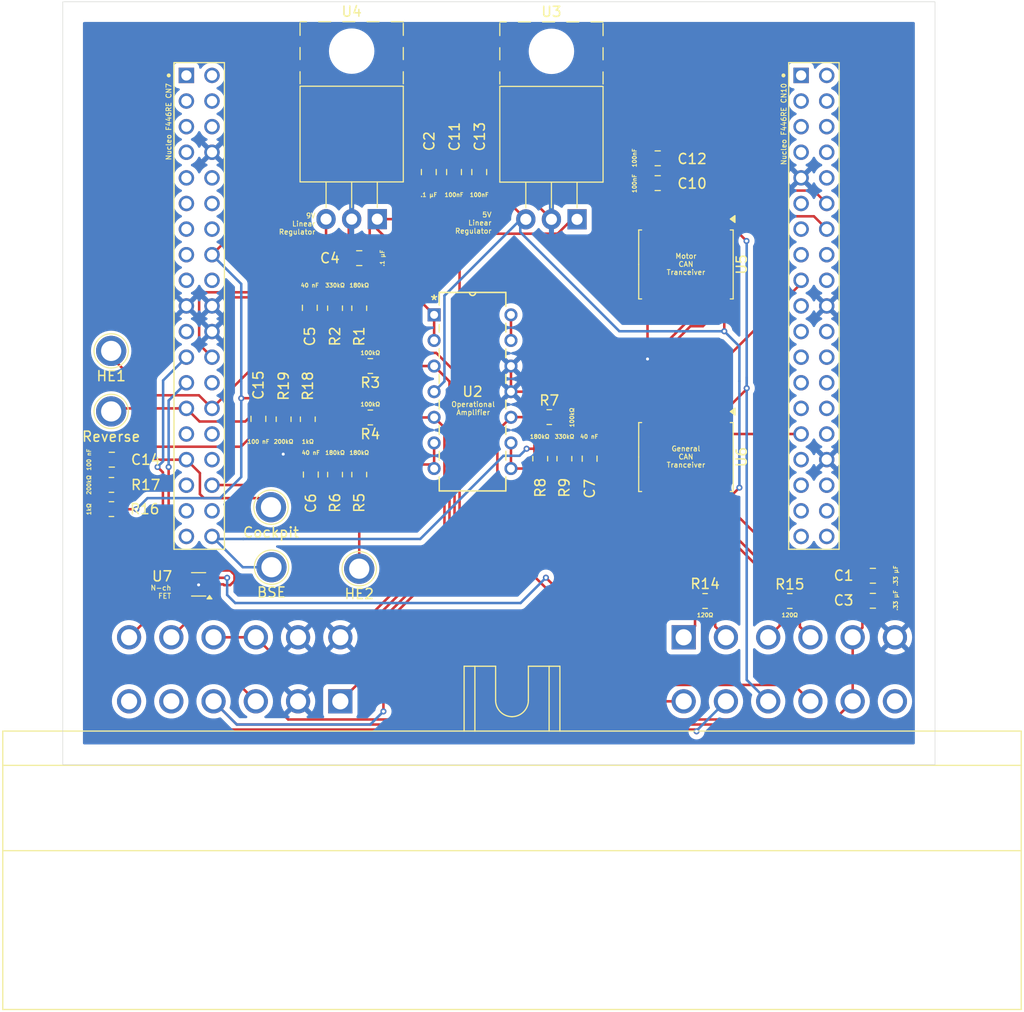
<source format=kicad_pcb>
(kicad_pcb (version 20240108) (generator "pcbnew") (generator_version "8.0")
  (title_block (title "ETC PCB") (date "2024-11-03") (rev "1.0.0") (company "Formula Slug"))
  (layers (0 "F.Cu" signal) (31 "B.Cu" signal) (34 "B.Paste" user) (35 "F.Paste" user) (36 "B.SilkS" user "B.Silkscreen") (37 "F.SilkS" user "F.Silkscreen") (38 "B.Mask" user) (39 "F.Mask" user) (44 "Edge.Cuts" user))
  (net 0 "")
  (net 1 "+12V")
  (net 2 "GND")
  (net 3 "+5V")
  (net 4 "+9V")
  (net 5 "+3V3")
  (net 6 "/Cockpit_Raw")
  (net 7 "/L_CAN")
  (net 9 "/H_CAN")
  (net 10 "/H_Motor_CAN")
  (net 13 "/HE1_RAW")
  (net 14 "/Brake_light")
  (net 15 "/RTDS")
  (net 16 "/L_Motor_CAN")
  (net 17 "/HE2_RAW")
  (net 18 "/Reverse_Raw")
  (net 19 "/BSE_RAW")
  (net 20 "Net-(U2A--)")
  (net 21 "Net-(U2B--)")
  (net 22 "Net-(U2C--)")
  (net 23 "/Motor_CAN_RD")
  (net 24 "/CAN_RD")
  (net 25 "/Motor_CAN_TD")
  (net 26 "/Reverse_Signal")
  (net 27 "/Cockpit_Signal")
  (net 28 "/CAN_TD")
  (net 29 "Net-(U2D--)")
  (net 30 "/HE1")
  (net 31 "/HE2")
  (net 32 "/BSE")
  (net 65 "/Brake_Signal")
  (net 82 "/RTDS_Signal")
  (footprint "Capacitor_SMD:C_0805_2012Metric_Pad1.18x1.45mm_HandSolder" (layer "F.Cu") (at 183.5375 95.38)
    (property "Reference" "C3")
    (property "Value" ".33 µF")
  )
  (footprint "FS_3_Global_Footprint_Library:NUCLEO-F446RE" (layer "F.Cu") (at 147.21 52.79)
    (property "Reference" "U1" (hide yes))
    (property "Value" "NUCLEO-F446RE" (hide yes))
  )
  (footprint "TestPoint:TestPoint_Plated_Hole_D2.0mm" (layer "F.Cu") (at 132.6 92.2 180)
    (property "Reference" "HE2")
    (property "Value" "TestPoint")
  )
  (footprint "FS_3_Global_Footprint_Library:TE_DTM1312PC12PDR008" (layer "F.Cu") (at 147.75 103.39)
    (property "Reference" "P1" (hide yes))
    (property "Value" "DTM1312PC12PDR008")
  )
  (footprint "Package_TO_SOT_SMD:SOT-363_SC-70-6_Handsoldering" (layer "F.Cu") (at 116.67 93.75 180)
    (property "Reference" "U7")
    (property "Value" "SSM6N37FU_LF")
  )
  (footprint "Capacitor_SMD:C_0805_2012Metric_Pad1.18x1.45mm_HandSolder" (layer "F.Cu") (at 122.6 77.3375 -90)
    (property "Reference" "C15")
    (property "Value" "100 nF")
  )
  (footprint "Resistor_SMD:R_0805_2012Metric_Pad1.20x1.40mm_HandSolder" (layer "F.Cu") (at 130.2 66.3625 90)
    (property "Reference" "R2")
    (property "Value" "330kΩ")
  )
  (footprint "Capacitor_SMD:C_0805_2012Metric_Pad1.18x1.45mm_HandSolder" (layer "F.Cu") (at 108.0625 81.3875 180)
    (property "Reference" "C14")
    (property "Value" "100 nF")
  )
  (footprint "Resistor_SMD:R_0805_2012Metric_Pad1.20x1.40mm_HandSolder" (layer "F.Cu") (at 108.025 86.2875 180)
    (property "Reference" "R16")
    (property "Value" "1kΩ")
  )
  (footprint "Capacitor_SMD:C_0805_2012Metric_Pad1.18x1.45mm_HandSolder" (layer "F.Cu") (at 132.6 61.4)
    (property "Reference" "C4")
    (property "Value" ".1 µF")
  )
  (footprint "Resistor_SMD:R_0805_2012Metric_Pad1.20x1.40mm_HandSolder" (layer "F.Cu") (at 166.9 95.4)
    (property "Reference" "R14")
    (property "Value" "120Ω")
  )
  (footprint "Resistor_SMD:R_0805_2012Metric_Pad1.20x1.40mm_HandSolder" (layer "F.Cu") (at 127.5 77.375 -90)
    (property "Reference" "R18")
    (property "Value" "1kΩ")
  )
  (footprint "Package_TO_SOT_THT:TO-220-3_Horizontal_TabUp" (layer "F.Cu") (at 134.39 57.53 180)
    (property "Reference" "U4")
    (property "Value" "LM7809_TO220")
  )
  (footprint "Package_SO:SOP-8_6.62x9.15mm_P2.54mm" (layer "F.Cu") (at 165 62.025 -90)
    (property "Reference" "U5")
    (property "Value" "ISO1050DUB")
  )
  (footprint "TestPoint:TestPoint_Plated_Hole_D2.0mm" (layer "F.Cu") (at 108 70.6 180)
    (property "Reference" "HE1")
    (property "Value" "TestPoint")
  )
  (footprint "Resistor_SMD:R_0805_2012Metric_Pad1.20x1.40mm_HandSolder" (layer "F.Cu") (at 133.7 72.1 180)
    (property "Reference" "R3")
    (property "Value" "100kΩ")
  )
  (footprint "TestPoint:TestPoint_Plated_Hole_D2.0mm" (layer "F.Cu") (at 123.9 92.05 180)
    (property "Reference" "BSE")
    (property "Value" "TestPoint")
  )
  (footprint "Resistor_SMD:R_0805_2012Metric_Pad1.20x1.40mm_HandSolder" (layer "F.Cu") (at 133.7 77.2 180)
    (property "Reference" "R4")
    (property "Value" "100kΩ")
  )
  (footprint "Capacitor_SMD:C_0805_2012Metric_Pad1.18x1.45mm_HandSolder" (layer "F.Cu") (at 144.5 52.8625 90)
    (property "Reference" "C13")
    (property "Value" "100nF")
  )
  (footprint "Resistor_SMD:R_0805_2012Metric_Pad1.20x1.40mm_HandSolder" (layer "F.Cu") (at 151.4473 77.163591)
    (property "Reference" "R7")
    (property "Value" "100kΩ")
  )
  (footprint "Capacitor_SMD:C_0805_2012Metric_Pad1.18x1.45mm_HandSolder" (layer "F.Cu") (at 127.7 66.325 90)
    (property "Reference" "C5")
    (property "Value" "40 nF")
  )
  (footprint "Resistor_SMD:R_0805_2012Metric_Pad1.20x1.40mm_HandSolder" (layer "F.Cu") (at 108.025 83.8875 180)
    (property "Reference" "R17")
    (property "Value" "200kΩ")
  )
  (footprint "TestPoint:TestPoint_Plated_Hole_D2.0mm" (layer "F.Cu") (at 108 76.6 180)
    (property "Reference" "Reverse")
    (property "Value" "TestPoint")
  )
  (footprint "Capacitor_SMD:C_0805_2012Metric_Pad1.18x1.45mm_HandSolder" (layer "F.Cu") (at 162.2 53.96 180)
    (property "Reference" "C10")
    (property "Value" "100nF")
  )
  (footprint "Capacitor_SMD:C_0805_2012Metric_Pad1.18x1.45mm_HandSolder" (layer "F.Cu") (at 127.8 82.8625 90)
    (property "Reference" "C6")
    (property "Value" "40 nF")
  )
  (footprint "Capacitor_SMD:C_0805_2012Metric_Pad1.18x1.45mm_HandSolder" (layer "F.Cu") (at 142 52.8625 90)
    (property "Reference" "C11")
    (property "Value" "100nF")
  )
  (footprint "Capacitor_SMD:C_0805_2012Metric_Pad1.18x1.45mm_HandSolder" (layer "F.Cu") (at 155.4473 81.286091 -90)
    (property "Reference" "C7")
    (property "Value" "40 nF")
  )
  (footprint "Capacitor_SMD:C_0805_2012Metric_Pad1.18x1.45mm_HandSolder" (layer "F.Cu") (at 162.2 51.5 180)
    (property "Reference" "C12")
    (property "Value" "100nF")
  )
  (footprint "Resistor_SMD:R_0805_2012Metric_Pad1.20x1.40mm_HandSolder" (layer "F.Cu") (at 152.9473 81.286091 -90)
    (property "Reference" "R9")
    (property "Value" "330kΩ")
  )
  (footprint "Resistor_SMD:R_0805_2012Metric_Pad1.20x1.40mm_HandSolder" (layer "F.Cu") (at 150.5473 81.286091 90)
    (property "Reference" "R8")
    (property "Value" "180kΩ")
  )
  (footprint "FS_3_Global_Footprint_Library:N14" (layer "F.Cu") (at 147.6473 82.263591)
    (property "Reference" "U2")
    (property "Value" "MCP6004")
  )
  (footprint "TestPoint:TestPoint_Plated_Hole_D2.0mm" (layer "F.Cu") (at 123.85 86.1 180)
    (property "Reference" "Cockpit")
    (property "Value" "TestPoint")
  )
  (footprint "Package_TO_SOT_THT:TO-220-3_Horizontal_TabUp" (layer "F.Cu") (at 154.2 57.55 180)
    (property "Reference" "U3")
    (property "Value" "LM7805_TO220")
  )
  (footprint "Resistor_SMD:R_0805_2012Metric_Pad1.20x1.40mm_HandSolder" (layer "F.Cu") (at 130.2 82.8625 90)
    (property "Reference" "R6")
    (property "Value" "180kΩ")
  )
  (footprint "Resistor_SMD:R_0805_2012Metric_Pad1.20x1.40mm_HandSolder" (layer "F.Cu") (at 175.3 95.4)
    (property "Reference" "R15")
    (property "Value" "120Ω")
  )
  (footprint "Capacitor_SMD:C_0805_2012Metric_Pad1.18x1.45mm_HandSolder" (layer "F.Cu") (at 139.5 52.8625 90)
    (property "Reference" "C2")
    (property "Value" ".1 µF")
  )
  (footprint "Resistor_SMD:R_0805_2012Metric_Pad1.20x1.40mm_HandSolder" (layer "F.Cu") (at 132.6 66.3625 -90)
    (property "Reference" "R1")
    (property "Value" "180kΩ")
  )
  (footprint "Package_SO:SOP-8_6.62x9.15mm_P2.54mm" (layer "F.Cu") (at 165 81.125 -90)
    (property "Reference" "U6")
    (property "Value" "ISO1050DUB")
  )
  (footprint "Resistor_SMD:R_0805_2012Metric_Pad1.20x1.40mm_HandSolder" (layer "F.Cu") (at 125.1 77.375 -90)
    (property "Reference" "R19")
    (property "Value" "200kΩ")
  )
  (footprint "Capacitor_SMD:C_0805_2012Metric_Pad1.18x1.45mm_HandSolder" (layer "F.Cu") (at 183.5375 92.9)
    (property "Reference" "C1")
    (property "Value" ".33 µF")
  )
  (footprint "Resistor_SMD:R_0805_2012Metric_Pad1.20x1.40mm_HandSolder" (layer "F.Cu") (at 132.6 82.8625 -90)
    (property "Reference" "R5")
    (property "Value" "180kΩ")
  )
  (gr_rect (start 103.2 35.975) (end 189.7 111.625) (stroke (width 0.05)) (fill none) (layer "Edge.Cuts"))
  (gr_text "Motor\nCAN\nTranceiver" (at 165 63.1 0) (layer "F.SilkS") (effects (font (size 0.5 0.5) (thickness 0.09) (bold yes)) (justify bottom)))
  (gr_text "N-ch\nFET" (at 114 95.2 0) (layer "F.SilkS") (effects (font (size 0.5 0.5) (thickness 0.09) (bold yes)) (justify right bottom)))
  (gr_text "5V\nLinear\nRegulator" (at 145.77 59 0) (layer "F.SilkS") (effects (font (size 0.5 0.5) (thickness 0.09) (bold yes)) (justify right bottom)))
  (gr_text "Operational\nAmplifier" (at 143.9 77 0) (layer "F.SilkS") (effects (font (size 0.5 0.5) (thickness 0.09) (bold yes)) (justify bottom)))
  (gr_text "9V\nLinear\nRegulator" (at 128.3 59.095 0) (layer "F.SilkS") (effects (font (size 0.5 0.5) (thickness 0.09) (bold yes)) (justify right bottom)))
  (gr_text "Nucleo F446RE CN7" (at 114 44 90) (layer "F.SilkS") (effects (font (size 0.5 0.5) (thickness 0.09) (bold yes)) (justify right bottom)))
  (gr_text "Nucleo F446RE CN10" (at 175 44 90) (layer "F.SilkS") (effects (font (size 0.5 0.5) (thickness 0.09) (bold yes)) (justify right bottom)))
  (gr_text "General\nCAN\nTranceiver" (at 165 82.2 0) (layer "F.SilkS") (effects (font (size 0.5 0.5) (thickness 0.09) (bold yes)) (justify bottom)))
  (segment (start 140.65 59.9) (end 142.55 61.8) (width 0.25) (layer "F.Cu") (net 1))
  (segment (start 136.19 57.53) (end 134.39 57.53) (width 0.25) (layer "F.Cu") (net 1))
  (segment (start 137.635 58.975) (end 152.275 58.975) (width 0.25) (layer "F.Cu") (net 1))
  (segment (start 182.5 98.035) (end 181.535 99) (width 0.25) (layer "F.Cu") (net 1))
  (segment (start 182.5 95.38) (end 182.5 98.035) (width 0.25) (layer "F.Cu") (net 1))
  (segment (start 135.75 59.9) (end 140.65 59.9) (width 0.25) (layer "F.Cu") (net 1))
  (segment (start 182.5 95.38) (end 182.5 92.9) (width 0.25) (layer "F.Cu") (net 1))
  (segment (start 142.55 90.257107) (end 135 97.807107) (width 0.25) (layer "F.Cu") (net 1))
  (segment (start 181.535 105.35) (end 179.235 107.65) (width 0.25) (layer "F.Cu") (net 1))
  (segment (start 136.19 57.53) (end 137.635 58.975) (width 0.25) (layer "F.Cu") (net 1))
  (segment (start 181.535 99) (end 181.535 105.35) (width 0.25) (layer "F.Cu") (net 1))
  (segment (start 152.275 58.975) (end 153.65 57.6) (width 0.25) (layer "F.Cu") (net 1))
  (segment (start 142.55 61.8) (end 142.55 90.257107) (width 0.25) (layer "F.Cu") (net 1))
  (segment (start 135 97.807107) (end 135 106.35) (width 0.25) (layer "F.Cu") (net 1))
  (segment (start 134.39 57.53) (end 134.39 58.54) (width 0.25) (layer "F.Cu") (net 1))
  (segment (start 120.455 107.65) (end 118.155 105.35) (width 0.25) (layer "F.Cu") (net 1))
  (segment (start 179.235 107.65) (end 120.455 107.65) (width 0.25) (layer "F.Cu") (net 1))
  (segment (start 134.39 58.54) (end 135.75 59.9) (width 0.25) (layer "F.Cu") (net 1))
  (via (at 135 106.35) (size 0.6) (drill 0.3) (layers "F.Cu" "B.Cu") (net 1))
  (segment (start 133.7 107.65) (end 120.455 107.65) (width 0.25) (layer "B.Cu") (net 1))
  (segment (start 120.455 107.65) (end 118.155 105.35) (width 0.25) (layer "B.Cu") (net 1))
  (segment (start 135 106.35) (end 133.7 107.65) (width 0.25) (layer "B.Cu") (net 1))
  (segment (start 130.125 65.2875) (end 130.2 65.3625) (width 0.25) (layer "F.Cu") (net 2))
  (segment (start 115.34 93.1) (end 116.185234 93.1) (width 0.25) (layer "F.Cu") (net 2))
  (segment (start 130.2 81.8625) (end 127.8375 81.8625) (width 0.25) (layer "F.Cu") (net 2))
  (segment (start 184.575 97.85) (end 185.725 99) (width 0.25) (layer "F.Cu") (net 2))
  (segment (start 161.1625 57.4725) (end 161.19 57.5) (width 0.25) (layer "F.Cu") (net 2))
  (segment (start 152.9473 82.286091) (end 155.4098 82.286091) (width 0.25) (layer "F.Cu") (net 2))
  (segment (start 184.575 95.38) (end 184.575 92.9) (width 0.25) (layer "F.Cu") (net 2))
  (segment (start 116.67 93.8) (end 116.67 93.655478) (width 0.25) (layer "F.Cu") (net 2))
  (segment (start 161.19 66.55) (end 161.19 76.6) (width 0.25) (layer "F.Cu") (net 2))
  (segment (start 161.1625 51.5) (end 161.1625 53.96) (width 0.25) (layer "F.Cu") (net 2))
  (segment (start 145.935 51.825) (end 151.66 57.55) (width 0.25) (layer "F.Cu") (net 2))
  (segment (start 116.67 93.655478) (end 116.114522 93.1) (width 0.25) (layer "F.Cu") (net 2))
  (segment (start 127.8375 81.8625) (end 127.8 81.825) (width 0.25) (layer "F.Cu") (net 2))
  (segment (start 117.225478 94.4) (end 118 94.4) (width 0.25) (layer "F.Cu") (net 2))
  (segment (start 155.4098 82.286091) (end 155.4473 82.323591) (width 0.25) (layer "F.Cu") (net 2))
  (segment (start 127.8 81.825) (end 126.05 81.825) (width 0.25) (layer "F.Cu") (net 2))
  (segment (start 126.05 81.825) (end 122.6 78.375) (width 0.25) (layer "F.Cu") (net 2))
  (segment (start 116.114522 93.1) (end 115.34 93.1) (width 0.25) (layer "F.Cu") (net 2))
  (segment (start 122.6 78.375) (end 120.875 80.1) (width 0.25) (layer "F.Cu") (net 2))
  (segment (start 132.7 77.2) (end 132.7 72.1) (width 0.25) (layer "F.Cu") (net 2))
  (segment (start 108.3125 80.1) (end 107.025 81.3875) (width 0.25) (layer "F.Cu") (net 2))
  (segment (start 139.25 51.825) (end 145.935 51.825) (width 0.25) (layer "F.Cu") (net 2))
  (segment (start 152.4473 77.163591) (end 149.9273 74.643591) (width 0.25) (layer "F.Cu") (net 2))
  (segment (start 156.5973 79.5973) (end 154.163591 77.163591) (width 0.25) (layer "F.Cu") (net 2))
  (segment (start 127.7 65.2875) (end 118.8525 65.2875) (width 0.25) (layer "F.Cu") (net 2))
  (segment (start 133.6375 61.4) (end 133.6375 57.6925) (width 0.25) (layer "F.Cu") (net 2))
  (segment (start 149.9273 74.643591) (end 147.6473 74.643591) (width 0.25) (layer "F.Cu") (net 2))
  (segment (start 155.4473 82.323591) (end 156.5973 81.173591) (width 0.25) (layer "F.Cu") (net 2))
  (segment (start 118.8525 65.2875) (end 118 66.14) (width 0.25) (layer "F.Cu") (net 2))
  (segment (start 132.7 79.3625) (end 130.2 81.8625) (width 0.25) (layer "F.Cu") (net 2))
  (segment (start 133.6375 57.6925) (end 133.725 57.605) (width 0.25) (layer "F.Cu") (net 2))
  (segment (start 127.7 65.2875) (end 130.125 65.2875) (width 0.25) (layer "F.Cu") (net 2))
  (segment (start 120.875 80.1) (end 108.3125 80.1) (width 0.25) (layer "F.Cu") (net 2))
  (segment (start 156.5973 81.173591) (end 156.5973 79.5973) (width 0.25) (layer "F.Cu") (net 2))
  (segment (start 154.163591 77.163591) (end 152.4473 77.163591) (width 0.25) (layer "F.Cu") (net 2))
  (segment (start 161.1625 53.96) (end 161.1625 57.4725) (width 0.25) (layer "F.Cu") (net 2))
  (segment (start 147.6473 72.103591) (end 147.6473 74.643591) (width 0.25) (layer "F.Cu") (net 2))
  (segment (start 132.7 77.2) (end 132.7 79.3625) (width 0.25) (layer "F.Cu") (net 2))
  (segment (start 150.845 57.335) (end 151.11 57.6) (width 0.25) (layer "F.Cu") (net 2))
  (segment (start 161.19 76.6) (end 161.19 85.65) (width 0.25) (layer "F.Cu") (net 2))
  (segment (start 161.19 57.5) (end 161.19 66.55) (width 0.25) (layer "F.Cu") (net 2))
  (segment (start 116.67 93.844522) (end 117.225478 94.4) (width 0.25) (layer "F.Cu") (net 2))
  (segment (start 184.575 95.38) (end 184.575 97.85) (width 0.25) (layer "F.Cu") (net 2))
  (segment (start 116.67 93.8) (end 116.67 93.844522) (width 0.25) (layer "F.Cu") (net 2))
  (via (at 125.0625 80.8375) (size 0.6) (drill 0.3) (layers "F.Cu" "B.Cu") (net 2))
  (via (at 116.67 93.8) (size 0.6) (drill 0.3) (layers "F.Cu" "B.Cu") (net 2))
  (via (at 161.19 71.4) (size 0.6) (drill 0.3) (layers "F.Cu" "B.Cu") (net 2))
  (segment (start 124.45 101.105) (end 122.345 99) (width 0.25) (layer "F.Cu") (net 3))
  (segment (start 178.35 107.15) (end 125.55 107.15) (width 0.25) (layer "F.Cu") (net 3))
  (segment (start 144.25 53.9) (end 144.9075 53.9) (width 0.25) (layer "F.Cu") (net 3))
  (segment (start 149.12 57.55) (end 145.47 53.9) (width 0.25) (layer "F.Cu") (net 3))
  (segment (start 179.5 96.34) (end 179.5 106) (width 0.25) (layer "F.Cu") (net 3))
  (segment (start 141.75 53.9) (end 144.25 53.9) (width 0.25) (layer "F.Cu") (net 3))
  (segment (start 148.77 57.4) (end 148.57 57.6) (width 0.25) (layer "F.Cu") (net 3))
  (segment (start 170.3 84.16) (end 168.81 85.65) (width 0.25) (layer "F.Cu") (net 3))
  (segment (start 179.5 106) (end 178.35 107.15) (width 0.25) (layer "F.Cu") (net 3))
  (segment (start 139.25 53.9) (end 141.75 53.9) (width 0.25) (layer "F.Cu") (net 3))
  (segment (start 125.55 107.15) (end 124.45 106.05) (width 0.25) (layer "F.Cu") (net 3))
  (segment (start 124.45 106.05) (end 124.45 101.105) (width 0.25) (layer "F.Cu") (net 3))
  (segment (start 168.8 66.56) (end 168.81 66.55) (width 0.25) (layer "F.Cu") (net 3))
  (segment (start 168.81 85.65) (end 179.5 96.34) (width 0.25) (layer "F.Cu") (net 3))
  (segment (start 168.8 68.65) (end 168.8 66.56) (width 0.25) (layer "F.Cu") (net 3))
  (segment (start 118.155 99) (end 122.345 99) (width 0.25) (layer "F.Cu") (net 3))
  (segment (start 145.47 53.9) (end 144.5 53.9) (width 0.25) (layer "F.Cu") (net 3))
  (via (at 168.8 68.65) (size 0.6) (drill 0.3) (layers "F.Cu" "B.Cu") (net 3))
  (via (at 170.3 84.16) (size 0.6) (drill 0.3) (layers "F.Cu" "B.Cu") (net 3))
  (segment (start 148.57 57.6) (end 141.05 65.12) (width 0.25) (layer "B.Cu") (net 3))
  (segment (start 170.3 73.6) (end 170.3 84.16) (width 0.25) (layer "B.Cu") (net 3))
  (segment (start 141.05 73.620891) (end 140.0273 74.643591) (width 0.25) (layer "B.Cu") (net 3))
  (segment (start 170.3 70.15) (end 170.3 73.6) (width 0.25) (layer "B.Cu") (net 3))
  (segment (start 168.8 68.65) (end 158.4 68.65) (width 0.25) (layer "B.Cu") (net 3))
  (segment (start 168.8 68.65) (end 170.3 70.15) (width 0.25) (layer "B.Cu") (net 3))
  (segment (start 141.05 65.12) (end 141.05 73.620891) (width 0.25) (layer "B.Cu") (net 3))
  (segment (start 158.4 68.65) (end 148.57 58.82) (width 0.25) (layer "B.Cu") (net 3))
  (segment (start 148.57 58.82) (end 148.57 57.6) (width 0.25) (layer "B.Cu") (net 3))
  (segment (start 129.31 57.53) (end 129.31 59.1475) (width 0.25) (layer "F.Cu") (net 4))
  (segment (start 116.725 69.945) (end 118 71.22) (width 0.25) (layer "F.Cu") (net 4))
  (segment (start 125.2125 64.7875) (end 117.4125 64.7875) (width 0.25) (layer "F.Cu") (net 4))
  (segment (start 125.2125 64.7875) (end 128.6 61.4) (width 0.25) (layer "F.Cu") (net 4))
  (segment (start 128.6 61.4) (end 131.5625 61.4) (width 0.25) (layer "F.Cu") (net 4))
  (segment (start 117.4125 64.7875) (end 116.725 65.475) (width 0.25) (layer "F.Cu") (net 4))
  (segment (start 129.31 59.1475) (end 131.5625 61.4) (width 0.25) (layer "F.Cu") (net 4))
  (segment (start 131.5625 57.9825) (end 131.185 57.605) (width 0.25) (layer "F.Cu") (net 4))
  (segment (start 116.725 65.475) (end 116.725 69.945) (width 0.25) (layer "F.Cu") (net 4))
  (segment (start 131.5625 61.4) (end 131.5625 57.9825) (width 0.25) (layer "F.Cu") (net 4))
  (segment (start 163.3 59.1) (end 167.21 59.1) (width 0.25) (layer "F.Cu") (net 5))
  (segment (start 163.2375 53.96) (end 163.2375 51.800978) (width 0.25) (layer "F.Cu") (net 5))
  (segment (start 171.025 74.385) (end 168.81 76.6) (width 0.25) (layer "F.Cu") (net 5))
  (segment (start 171.025 74.3) (end 171.025 74.385) (width 0.25) (layer "F.Cu") (net 5))
  (segment (start 128.81 50.25) (end 118 61.06) (width 0.25) (layer "F.Cu") (net 5))
  (segment (start 162.98 54.2175) (end 162.98 58.78) (width 0.25) (layer "F.Cu") (net 5))
  (segment (start 163.2375 51.5) (end 161.9875 50.25) (width 0.25) (layer "F.Cu") (net 5))
  (segment (start 163.2375 51.5) (end 163.2375 53.96) (width 0.25) (layer "F.Cu") (net 5))
  (segment (start 110.5 86.3) (end 109.0375 86.3) (width 0.25) (layer "F.Cu") (net 5))
  (segment (start 126.4125 75.2875) (end 120.9125 75.2875) (width 0.25) (layer "F.Cu") (net 5))
  (segment (start 163.2375 53.96) (end 162.98 54.2175) (width 0.25) (layer "F.Cu") (net 5))
  (segment (start 109.0375 86.3) (end 109.025 86.2875) (width 0.25) (layer "F.Cu") (net 5))
  (segment (start 171.005 59.695) (end 168.81 57.5) (width 0.25) (layer "F.Cu") (net 5))
  (segment (start 162.98 58.78) (end 163.3 59.1) (width 0.25) (layer "F.Cu") (net 5))
  (segment (start 120.9125 75.2875) (end 120.9 75.3) (width 0.25) (layer "F.Cu") (net 5))
  (segment (start 167.21 59.1) (end 168.81 57.5) (width 0.25) (layer "F.Cu") (net 5))
  (segment (start 161.9875 50.25) (end 128.81 50.25) (width 0.25) (layer "F.Cu") (net 5))
  (segment (start 127.5 76.375) (end 126.4125 75.2875) (width 0.25) (layer "F.Cu") (net 5))
  (via (at 171.025 74.3) (size 0.6) (drill 0.3) (layers "F.Cu" "B.Cu") (net 5))
  (via (at 120.9 75.3) (size 0.6) (drill 0.3) (layers "F.Cu" "B.Cu") (net 5))
  (via (at 171.005 59.695) (size 0.6) (drill 0.3) (layers "F.Cu" "B.Cu") (net 5))
  (via (at 110.5 86.3) (size 0.6) (drill 0.3) (layers "F.Cu" "B.Cu") (net 5))
  (segment (start 171.025 73.2) (end 171.025 74.3) (width 0.25) (layer "B.Cu") (net 5))
  (segment (start 120.9 63.96) (end 120.9 75.3) (width 0.25) (layer "B.Cu") (net 5))
  (segment (start 111.6 85.2) (end 110.5 86.3) (width 0.25) (layer "B.Cu") (net 5))
  (segment (start 120.9 75.3) (end 120.9 83.1) (width 0.25) (layer "B.Cu") (net 5))
  (segment (start 118 61.06) (end 120.9 63.96) (width 0.25) (layer "B.Cu") (net 5))
  (segment (start 171.005 59.695) (end 171.025 59.715) (width 0.25) (layer "B.Cu") (net 5))
  (segment (start 171.025 103.22) (end 173.155 105.35) (width 0.25) (layer "B.Cu") (net 5))
  (segment (start 171.025 59.715) (end 171.025 73.2) (width 0.25) (layer "B.Cu") (net 5))
  (segment (start 171.025 73.2) (end 171.025 103.22) (width 0.25) (layer "B.Cu") (net 5))
  (segment (start 118.8 85.2) (end 111.6 85.2) (width 0.25) (layer "B.Cu") (net 5))
  (segment (start 120.9 83.1) (end 118.8 85.2) (width 0.25) (layer "B.Cu") (net 5))
  (segment (start 109.6 108.15) (end 107.025 105.575) (width 0.25) (layer "F.Cu") (net 6))
  (segment (start 107.025 105.575) (end 107.025 86.2875) (width 0.25) (layer "F.Cu") (net 6))
  (segment (start 166.05 108.325) (end 165.875 108.15) (width 0.25) (layer "F.Cu") (net 6))
  (segment (start 107 86.3125) (end 107.025 86.2875) (width 0.25) (layer "F.Cu") (net 6))
  (segment (start 165.875 108.15) (end 109.6 108.15) (width 0.25) (layer "F.Cu") (net 6))
  (segment (start 107.025 83.8875) (end 107.025 86.2875) (width 0.25) (layer "F.Cu") (net 6))
  (via (at 166.05 108.325) (size 0.6) (drill 0.3) (layers "F.Cu" "B.Cu") (net 6))
  (segment (start 166.05 108.325) (end 166.05 108.265) (width 0.25) (layer "B.Cu") (net 6))
  (segment (start 166.05 108.265) (end 168.965 105.35) (width 0.25) (layer "B.Cu") (net 6))
  (segment (start 176.3 95.4) (end 176.3 94.922183) (width 0.25) (layer "F.Cu") (net 7))
  (segment (start 176.3 95.4) (end 176.3 97.955) (width 0.25) (layer "F.Cu") (net 7))
  (segment (start 176.3 97.955) (end 177.345 99) (width 0.25) (layer "F.Cu") (net 7))
  (segment (start 167.02 86.12) (end 167.02 84.389646) (width 0.25) (layer "F.Cu") (net 7))
  (segment (start 167.02 84.389646) (end 166.680354 84.05) (width 0.25) (layer "F.Cu") (net 7))
  (segment (start 165.33 84.05) (end 163.73 85.65) (width 0.25) (layer "F.Cu") (net 7))
  (segment (start 176.3 95.4) (end 167.02 86.12) (width 0.25) (layer "F.Cu") (net 7))
  (segment (start 166.680354 84.05) (end 165.33 84.05) (width 0.25) (layer "F.Cu") (net 7))
  (segment (start 174.3 95.4) (end 174.3 97.855) (width 0.25) (layer "F.Cu") (net 9))
  (segment (start 174.3 97.855) (end 173.155 99) (width 0.25) (layer "F.Cu") (net 9))
  (segment (start 166.27 86.147818) (end 166.27 85.65) (width 0.25) (layer "F.Cu") (net 9))
  (segment (start 174.3 95.4) (end 174.3 94.177818) (width 0.25) (layer "F.Cu") (net 9))
  (segment (start 174.3 94.177818) (end 166.27 86.147818) (width 0.25) (layer "F.Cu") (net 9))
  (segment (start 162.2 70.62) (end 166.27 66.55) (width 0.25) (layer "F.Cu") (net 10))
  (segment (start 165.9 95.4) (end 165.9 94.177818) (width 0.25) (layer "F.Cu") (net 10))
  (segment (start 165.9 95.4) (end 165.9 97.875) (width 0.25) (layer "F.Cu") (net 10))
  (segment (start 165.9 94.177818) (end 162.2 90.477818) (width 0.25) (layer "F.Cu") (net 10))
  (segment (start 162.2 90.477818) (end 162.2 70.62) (width 0.25) (layer "F.Cu") (net 10))
  (segment (start 165.9 97.875) (end 164.775 99) (width 0.25) (layer "F.Cu") (net 10))
  (segment (start 140.0273 72.103591) (end 141.55 73.626291) (width 0.25) (layer "F.Cu") (net 13))
  (segment (start 134.2 97.1) (end 115.865 97.1) (width 0.25) (layer "F.Cu") (net 13))
  (segment (start 115.865 97.1) (end 113.965 99) (width 0.25) (layer "F.Cu") (net 13))
  (segment (start 134.7 72.1) (end 140.023709 72.1) (width 0.25) (layer "F.Cu") (net 13))
  (segment (start 141.55 73.626291) (end 141.55 89.75) (width 0.25) (layer "F.Cu") (net 13))
  (segment (start 141.55 89.75) (end 134.2 97.1) (width 0.25) (layer "F.Cu") (net 13))
  (segment (start 140.023709 72.1) (end 140.0273 72.103591) (width 0.25) (layer "F.Cu") (net 13))
  (segment (start 110.2 102.35) (end 119.345 102.35) (width 0.25) (layer "F.Cu") (net 14))
  (segment (start 107.85 98.1) (end 107.85 100) (width 0.25) (layer "F.Cu") (net 14))
  (segment (start 115.34 94.4) (end 111.55 94.4) (width 0.25) (layer "F.Cu") (net 14))
  (segment (start 119.345 102.35) (end 122.345 105.35) (width 0.25) (layer "F.Cu") (net 14))
  (segment (start 111.55 94.4) (end 107.85 98.1) (width 0.25) (layer "F.Cu") (net 14))
  (segment (start 115.34 94.44) (end 115.34 94.4) (width 0.25) (layer "F.Cu") (net 14))
  (segment (start 107.85 100) (end 110.2 102.35) (width 0.25) (layer "F.Cu") (net 14))
  (segment (start 121.35 105.35) (end 122.345 105.35) (width 0.25) (layer "B.Cu") (net 14))
  (segment (start 119.5 93.1) (end 118 93.1) (width 0.25) (layer "F.Cu") (net 15))
  (segment (start 151.112653 93.087347) (end 161.750306 103.725) (width 0.25) (layer "F.Cu") (net 15))
  (segment (start 175.72 103.725) (end 177.345 105.35) (width 0.25) (layer "F.Cu") (net 15))
  (segment (start 161.750306 103.725) (end 175.72 103.725) (width 0.25) (layer "F.Cu") (net 15))
  (via (at 119.5 93.1) (size 0.6) (drill 0.3) (layers "F.Cu" "B.Cu") (net 15))
  (via (at 151.112653 93.087347) (size 0.6) (drill 0.3) (layers "F.Cu" "B.Cu") (net 15))
  (segment (start 148.6 95.6) (end 151.112653 93.087347) (width 0.25) (layer "B.Cu") (net 15))
  (segment (start 119.512653 93.087347) (end 119.5 93.1) (width 0.25) (layer "B.Cu") (net 15))
  (segment (start 120.3 95.6) (end 148.6 95.6) (width 0.25) (layer "B.Cu") (net 15))
  (segment (start 119.5 93.1) (end 119.5 94.8) (width 0.25) (layer "B.Cu") (net 15))
  (segment (start 119.5 94.8) (end 120.3 95.6) (width 0.25) (layer "B.Cu") (net 15))
  (segment (start 167.1 67.730354) (end 167.1 65.2) (width 0.25) (layer "F.Cu") (net 16))
  (segment (start 165.38 64.9) (end 163.73 66.55) (width 0.25) (layer "F.Cu") (net 16))
  (segment (start 167.1 65.2) (end 166.8 64.9) (width 0.25) (layer "F.Cu") (net 16))
  (segment (start 165.447818 68.15) (end 166.680354 68.15) (width 0.25) (layer "F.Cu") (net 16))
  (segment (start 162.75 70.847818) (end 165.447818 68.15) (width 0.25) (layer "F.Cu") (net 16))
  (segment (start 166.8 64.9) (end 165.38 64.9) (width 0.25) (layer "F.Cu") (net 16))
  (segment (start 166.680354 68.15) (end 167.1 67.730354) (width 0.25) (layer "F.Cu") (net 16))
  (segment (start 167.9 95.4) (end 162.75 90.25) (width 0.25) (layer "F.Cu") (net 16))
  (segment (start 162.75 90.25) (end 162.75 70.847818) (width 0.25) (layer "F.Cu") (net 16))
  (segment (start 167.9 95.4) (end 167.9 97.935) (width 0.25) (layer "F.Cu") (net 16))
  (segment (start 167.9 97.935) (end 168.965 99) (width 0.25) (layer "F.Cu") (net 16))
  (segment (start 134.7 77.2) (end 140.010891 77.2) (width 0.25) (layer "F.Cu") (net 17))
  (segment (start 112.225 96.55) (end 133.972182 96.55) (width 0.25) (layer "F.Cu") (net 17))
  (segment (start 141.05 78.206291) (end 140.0273 77.183591) (width 0.25) (layer "F.Cu") (net 17))
  (segment (start 141.05 89.472182) (end 141.05 78.206291) (width 0.25) (layer "F.Cu") (net 17))
  (segment (start 140.010891 77.2) (end 140.0273 77.183591) (width 0.25) (layer "F.Cu") (net 17))
  (segment (start 109.775 99) (end 112.225 96.55) (width 0.25) (layer "F.Cu") (net 17))
  (segment (start 133.972182 96.55) (end 141.05 89.472182) (width 0.25) (layer "F.Cu") (net 17))
  (segment (start 131.4 70.8) (end 128.7 73.5) (width 0.25) (layer "F.Cu") (net 18))
  (segment (start 134.5 101.575) (end 134.5 97.6) (width 0.25) (layer "F.Cu") (net 18))
  (segment (start 142.05 90.05) (end 142.05 72.609264) (width 0.25) (layer "F.Cu") (net 18))
  (segment (start 134.5 97.6) (end 142.05 90.05) (width 0.25) (layer "F.Cu") (net 18))
  (segment (start 128.7 77.175) (end 127.5 78.375) (width 0.25) (layer "F.Cu") (net 18))
  (segment (start 142.05 72.609264) (end 140.240736 70.8) (width 0.25) (layer "F.Cu") (net 18))
  (segment (start 140.240736 70.8) (end 131.4 70.8) (width 0.25) (layer "F.Cu") (net 18))
  (segment (start 125.1 78.375) (end 127.5 78.375) (width 0.25) (layer "F.Cu") (net 18))
  (segment (start 130.725 105.35) (end 134.5 101.575) (width 0.25) (layer "F.Cu") (net 18))
  (segment (start 128.7 73.5) (end 128.7 77.175) (width 0.25) (layer "F.Cu") (net 18))
  (segment (start 162.35 105.35) (end 146.3 89.3) (width 0.25) (layer "F.Cu") (net 19))
  (segment (start 147.6673 77.163591) (end 147.6473 77.183591) (width 0.25) (layer "F.Cu") (net 19))
  (segment (start 146.3 78.530891) (end 147.6473 77.183591) (width 0.25) (layer "F.Cu") (net 19))
  (segment (start 164.775 105.35) (end 162.35 105.35) (width 0.25) (layer "F.Cu") (net 19))
  (segment (start 150.4473 77.163591) (end 147.6673 77.163591) (width 0.25) (layer "F.Cu") (net 19))
  (segment (start 146.3 89.3) (end 146.3 78.530891) (width 0.25) (layer "F.Cu") (net 19))
  (segment (start 138.366209 65.3625) (end 140.0273 67.023591) (width 0.25) (layer "F.Cu") (net 20))
  (segment (start 140.0273 67.023591) (end 140.0273 69.563591) (width 0.25) (layer "F.Cu") (net 20))
  (segment (start 132.6 65.3625) (end 138.366209 65.3625) (width 0.25) (layer "F.Cu") (net 20))
  (segment (start 140.0273 82.263591) (end 140.0273 79.723591) (width 0.25) (layer "F.Cu") (net 21))
  (segment (start 132.6 81.8625) (end 139.626209 81.8625) (width 0.25) (layer "F.Cu") (net 21))
  (segment (start 139.626209 81.8625) (end 140.0273 82.263591) (width 0.25) (layer "F.Cu") (net 21))
  (segment (start 150.5248 82.263591) (end 150.5473 82.286091) (width 0.25) (layer "F.Cu") (net 22))
  (segment (start 147.6473 82.263591) (end 150.5248 82.263591) (width 0.25) (layer "F.Cu") (net 22))
  (segment (start 147.6473 79.723591) (end 147.6473 82.263591) (width 0.25) (layer "F.Cu") (net 22))
  (segment (start 169.199642 55.95) (end 170.499642 57.25) (width 0.25) (layer "F.Cu") (net 23))
  (segment (start 166.27 57.5) (end 166.85 57.5) (width 0.25) (layer "F.Cu") (net 23))
  (segment (start 168.4 55.95) (end 169.199642 55.95) (width 0.25) (layer "F.Cu") (net 23))
  (segment (start 166.85 57.5) (end 168.4 55.95) (width 0.25) (layer "F.Cu") (net 23))
  (segment (start 170.499642 57.25) (end 177.69 57.25) (width 0.25) (layer "F.Cu") (net 23))
  (segment (start 177.69 57.25) (end 178.96 58.52) (width 0.25) (layer "F.Cu") (net 23))
  (segment (start 166.27 76.6) (end 168.51 78.84) (width 0.25) (layer "F.Cu") (net 24))
  (segment (start 168.51 78.84) (end 176.42 78.84) (width 0.25) (layer "F.Cu") (net 24))
  (segment (start 163.73 57.5) (end 166.53 54.7) (width 0.25) (layer "F.Cu") (net 25))
  (segment (start 166.53 54.7) (end 177.68 54.7) (width 0.25) (layer "F.Cu") (net 25))
  (segment (start 177.68 54.7) (end 178.96 55.98) (width 0.25) (layer "F.Cu") (net 25))
  (segment (start 116.76 77.6) (end 115.46 76.3) (width 0.25) (layer "F.Cu") (net 26))
  (segment (start 115.46 76.3) (end 108.3 76.3) (width 0.25) (layer "F.Cu") (net 26))
  (segment (start 121.3 77.6) (end 116.76 77.6) (width 0.25) (layer "F.Cu") (net 26))
  (segment (start 122.6 76.3) (end 125.025 76.3) (width 0.25) (layer "F.Cu") (net 26))
  (segment (start 108.3 76.3) (end 108 76.6) (width 0.25) (layer "F.Cu") (net 26))
  (segment (start 125.025 76.3) (end 125.1 76.375) (width 0.25) (layer "F.Cu") (net 26))
  (segment (start 122.6 76.3) (end 121.3 77.6) (width 0.25) (layer "F.Cu") (net 26))
  (segment (start 109.1 83.8125) (end 109.025 83.8875) (width 0.25) (layer "F.Cu") (net 27))
  (segment (start 109.1 81.3875) (end 109.1 83.8125) (width 0.25) (layer "F.Cu") (net 27))
  (segment (start 109.1 81.3875) (end 115.4525 81.3875) (width 0.25) (layer "F.Cu") (net 27))
  (segment (start 115.46 81.38) (end 116.8 82.72) (width 0.25) (layer "F.Cu") (net 27))
  (segment (start 115.4525 81.3875) (end 115.46 81.38) (width 0.25) (layer "F.Cu") (net 27))
  (segment (start 116.8 82.72) (end 116.8 84.8) (width 0.25) (layer "F.Cu") (net 27))
  (segment (start 116.8 84.8) (end 117.2 85.2) (width 0.25) (layer "F.Cu") (net 27))
  (segment (start 117.2 85.2) (end 122.65 85.2) (width 0.25) (layer "F.Cu") (net 27))
  (segment (start 122.65 85.2) (end 123.85 86.4) (width 0.25) (layer "F.Cu") (net 27))
  (segment (start 176.42 63.91) (end 176.42 63.6) (width 0.25) (layer "F.Cu") (net 28))
  (segment (start 163.73 76.6) (end 176.42 63.91) (width 0.25) (layer "F.Cu") (net 28))
  (segment (start 147.6473 67.023591) (end 147.6473 69.563591) (width 0.25) (layer "F.Cu") (net 29))
  (segment (start 130.2 67.3625) (end 132.6 67.3625) (width 0.25) (layer "F.Cu") (net 30))
  (segment (start 111.8 75) (end 116.7 75) (width 0.25) (layer "F.Cu") (net 30))
  (segment (start 126.9375 67.3625) (end 118 76.3) (width 0.25) (layer "F.Cu") (net 30))
  (segment (start 116.7 75) (end 118 76.3) (width 0.25) (layer "F.Cu") (net 30))
  (segment (start 127.7 67.3625) (end 130.2 67.3625) (width 0.25) (layer "F.Cu") (net 30))
  (segment (start 108 70.6) (end 108 71.2) (width 0.25) (layer "F.Cu") (net 30))
  (segment (start 127.7 67.3625) (end 126.9375 67.3625) (width 0.25) (layer "F.Cu") (net 30))
  (segment (start 108 71.2) (end 111.8 75) (width 0.25) (layer "F.Cu") (net 30))
  (segment (start 127.8 83.9) (end 118.02 83.9) (width 0.25) (layer "F.Cu") (net 31))
  (segment (start 130.2 83.8625) (end 127.8375 83.8625) (width 0.25) (layer "F.Cu") (net 31))
  (segment (start 130.2 83.8625) (end 132.6 83.8625) (width 0.25) (layer "F.Cu") (net 31))
  (segment (start 118.02 83.9) (end 118 83.92) (width 0.25) (layer "F.Cu") (net 31))
  (segment (start 127.8375 83.8625) (end 127.8 83.9) (width 0.25) (layer "F.Cu") (net 31))
  (segment (start 132.6 83.8625) (end 132.6 92.2) (width 0.25) (layer "F.Cu") (net 31))
  (segment (start 155.4473 80.248591) (end 152.9848 80.248591) (width 0.25) (layer "F.Cu") (net 32))
  (segment (start 149.2 80.3) (end 150.533391 80.3) (width 0.25) (layer "F.Cu") (net 32))
  (segment (start 152.9848 80.248591) (end 152.9473 80.286091) (width 0.25) (layer "F.Cu") (net 32))
  (segment (start 150.533391 80.3) (end 150.5473 80.286091) (width 0.25) (layer "F.Cu") (net 32))
  (segment (start 152.9473 80.286091) (end 150.5473 80.286091) (width 0.25) (layer "F.Cu") (net 32))
  (via (at 149.2 80.3) (size 0.6) (drill 0.3) (layers "F.Cu" "B.Cu") (net 32))
  (segment (start 121.05 92.05) (end 123.9 92.05) (width 0.25) (layer "B.Cu") (net 32))
  (segment (start 118 89) (end 121.05 92.05) (width 0.25) (layer "B.Cu") (net 32))
  (segment (start 138.65 89.25) (end 146.9 81) (width 0.25) (layer "B.Cu") (net 32))
  (segment (start 118 89) (end 118.25 89.25) (width 0.25) (layer "B.Cu") (net 32))
  (segment (start 118.25 89.25) (end 121.1 89.25) (width 0.25) (layer "B.Cu") (net 32))
  (segment (start 148.5 81) (end 149.2 80.3) (width 0.25) (layer "B.Cu") (net 32))
  (segment (start 121.1 89.25) (end 138.65 89.25) (width 0.25) (layer "B.Cu") (net 32))
  (segment (start 146.9 81) (end 148.5 81) (width 0.25) (layer "B.Cu") (net 32))
  (segment (start 119.800305 92.375) (end 115.175 92.375) (width 0.25) (layer "F.Cu") (net 65))
  (segment (start 113.7 90.9) (end 113.7 82.1125) (width 0.25) (layer "F.Cu") (net 65))
  (segment (start 119.800305 93.825) (end 120.225 93.400305) (width 0.25) (layer "F.Cu") (net 65))
  (segment (start 119.124695 93.75) (end 119.199695 93.825) (width 0.25) (layer "F.Cu") (net 65))
  (segment (start 118 93.75) (end 119.124695 93.75) (width 0.25) (layer "F.Cu") (net 65))
  (segment (start 120.012653 92.587347) (end 119.800305 92.375) (width 0.25) (layer "F.Cu") (net 65))
  (segment (start 120.225 92.799695) (end 120.012653 92.587347) (width 0.25) (layer "F.Cu") (net 65))
  (segment (start 120.225 93.400305) (end 120.225 92.799695) (width 0.25) (layer "F.Cu") (net 65))
  (segment (start 119.199695 93.825) (end 119.800305 93.825) (width 0.25) (layer "F.Cu") (net 65))
  (segment (start 115.175 92.375) (end 113.7 90.9) (width 0.25) (layer "F.Cu") (net 65))
  (via (at 113.7 82.1125) (size 0.6) (drill 0.3) (layers "F.Cu" "B.Cu") (net 65))
  (segment (start 113.7 75.52) (end 115.46 73.76) (width 0.25) (layer "B.Cu") (net 65))
  (segment (start 113.7 82.1125) (end 113.7 75.52) (width 0.25) (layer "B.Cu") (net 65))
  (segment (start 114.494766 93.75) (end 114.165 93.420234) (width 0.25) (layer "F.Cu") (net 82))
  (segment (start 113.131097 83.6) (end 113.131097 82.643597) (width 0.25) (layer "F.Cu") (net 82))
  (segment (start 113.131097 82.643597) (end 112.6 82.1125) (width 0.25) (layer "F.Cu") (net 82))
  (segment (start 113.131097 91.108915) (end 113.131097 83.6) (width 0.25) (layer "F.Cu") (net 82))
  (segment (start 114.165 92.142818) (end 113.131097 91.108915) (width 0.25) (layer "F.Cu") (net 82))
  (segment (start 114.165 93.420234) (end 114.165 92.142818) (width 0.25) (layer "F.Cu") (net 82))
  (segment (start 112.6 82.1125) (end 112.674694 82.1125) (width 0.25) (layer "F.Cu") (net 82))
  (segment (start 115.34 93.75) (end 114.494766 93.75) (width 0.25) (layer "F.Cu") (net 82))
  (via (at 112.6 82.1125) (size 0.6) (drill 0.3) (layers "F.Cu" "B.Cu") (net 82))
  (segment (start 112.6 82.093597) (end 113.15 81.543597) (width 0.25) (layer "B.Cu") (net 82))
  (segment (start 113.15 81.543597) (end 113.15 73.53) (width 0.25) (layer "B.Cu") (net 82))
  (segment (start 112.6 82.1125) (end 112.6 82.093597) (width 0.25) (layer "B.Cu") (net 82))
  (segment (start 113.15 73.53) (end 115.46 71.22) (width 0.25) (layer "B.Cu") (net 82))
  (zone (net 2) (net_name "GND") (layer "B.Cu") (connect_pads (clearance 0.5)) (min_thickness 0.25) (fill yes (thermal_gap 0.5) (thermal_bridge_width 0.5))
    (polygon (pts (xy 189.8 111.45) (xy 189.55 35.9) (xy 103.25 35.8) (xy 103.15 111.55)))
  )
)
</source>
